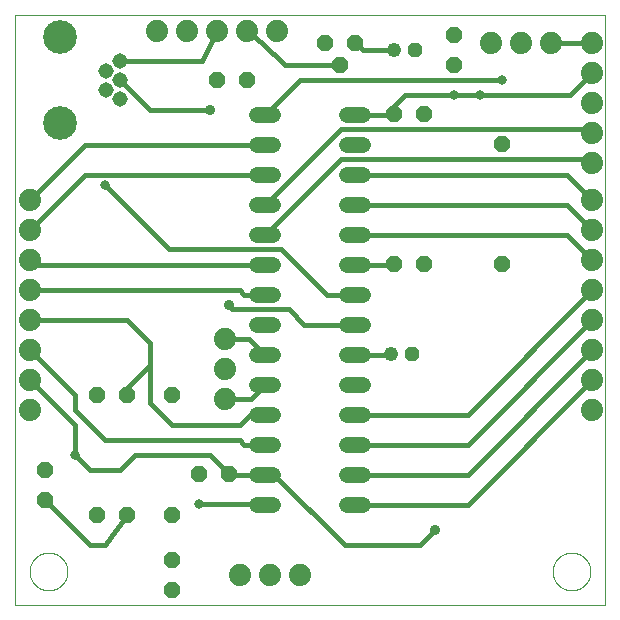
<source format=gtl>
G75*
%MOIN*%
%OFA0B0*%
%FSLAX25Y25*%
%IPPOS*%
%LPD*%
%AMOC8*
5,1,8,0,0,1.08239X$1,22.5*
%
%ADD10C,0.00000*%
%ADD11OC8,0.05200*%
%ADD12OC8,0.04800*%
%ADD13C,0.04800*%
%ADD14C,0.05150*%
%ADD15C,0.11220*%
%ADD16C,0.07400*%
%ADD17C,0.05200*%
%ADD18C,0.01600*%
%ADD19C,0.03169*%
%ADD20C,0.03562*%
D10*
X0002083Y0001800D02*
X0002083Y0198650D01*
X0198934Y0198650D01*
X0198934Y0001800D01*
X0002083Y0001800D01*
X0007034Y0013050D02*
X0007036Y0013208D01*
X0007042Y0013366D01*
X0007052Y0013524D01*
X0007066Y0013682D01*
X0007084Y0013839D01*
X0007105Y0013996D01*
X0007131Y0014152D01*
X0007161Y0014308D01*
X0007194Y0014463D01*
X0007232Y0014616D01*
X0007273Y0014769D01*
X0007318Y0014921D01*
X0007367Y0015072D01*
X0007420Y0015221D01*
X0007476Y0015369D01*
X0007536Y0015515D01*
X0007600Y0015660D01*
X0007668Y0015803D01*
X0007739Y0015945D01*
X0007813Y0016085D01*
X0007891Y0016222D01*
X0007973Y0016358D01*
X0008057Y0016492D01*
X0008146Y0016623D01*
X0008237Y0016752D01*
X0008332Y0016879D01*
X0008429Y0017004D01*
X0008530Y0017126D01*
X0008634Y0017245D01*
X0008741Y0017362D01*
X0008851Y0017476D01*
X0008964Y0017587D01*
X0009079Y0017696D01*
X0009197Y0017801D01*
X0009318Y0017903D01*
X0009441Y0018003D01*
X0009567Y0018099D01*
X0009695Y0018192D01*
X0009825Y0018282D01*
X0009958Y0018368D01*
X0010093Y0018452D01*
X0010229Y0018531D01*
X0010368Y0018608D01*
X0010509Y0018680D01*
X0010651Y0018750D01*
X0010795Y0018815D01*
X0010941Y0018877D01*
X0011088Y0018935D01*
X0011237Y0018990D01*
X0011387Y0019041D01*
X0011538Y0019088D01*
X0011690Y0019131D01*
X0011843Y0019170D01*
X0011998Y0019206D01*
X0012153Y0019237D01*
X0012309Y0019265D01*
X0012465Y0019289D01*
X0012622Y0019309D01*
X0012780Y0019325D01*
X0012937Y0019337D01*
X0013096Y0019345D01*
X0013254Y0019349D01*
X0013412Y0019349D01*
X0013570Y0019345D01*
X0013729Y0019337D01*
X0013886Y0019325D01*
X0014044Y0019309D01*
X0014201Y0019289D01*
X0014357Y0019265D01*
X0014513Y0019237D01*
X0014668Y0019206D01*
X0014823Y0019170D01*
X0014976Y0019131D01*
X0015128Y0019088D01*
X0015279Y0019041D01*
X0015429Y0018990D01*
X0015578Y0018935D01*
X0015725Y0018877D01*
X0015871Y0018815D01*
X0016015Y0018750D01*
X0016157Y0018680D01*
X0016298Y0018608D01*
X0016437Y0018531D01*
X0016573Y0018452D01*
X0016708Y0018368D01*
X0016841Y0018282D01*
X0016971Y0018192D01*
X0017099Y0018099D01*
X0017225Y0018003D01*
X0017348Y0017903D01*
X0017469Y0017801D01*
X0017587Y0017696D01*
X0017702Y0017587D01*
X0017815Y0017476D01*
X0017925Y0017362D01*
X0018032Y0017245D01*
X0018136Y0017126D01*
X0018237Y0017004D01*
X0018334Y0016879D01*
X0018429Y0016752D01*
X0018520Y0016623D01*
X0018609Y0016492D01*
X0018693Y0016358D01*
X0018775Y0016222D01*
X0018853Y0016085D01*
X0018927Y0015945D01*
X0018998Y0015803D01*
X0019066Y0015660D01*
X0019130Y0015515D01*
X0019190Y0015369D01*
X0019246Y0015221D01*
X0019299Y0015072D01*
X0019348Y0014921D01*
X0019393Y0014769D01*
X0019434Y0014616D01*
X0019472Y0014463D01*
X0019505Y0014308D01*
X0019535Y0014152D01*
X0019561Y0013996D01*
X0019582Y0013839D01*
X0019600Y0013682D01*
X0019614Y0013524D01*
X0019624Y0013366D01*
X0019630Y0013208D01*
X0019632Y0013050D01*
X0019630Y0012892D01*
X0019624Y0012734D01*
X0019614Y0012576D01*
X0019600Y0012418D01*
X0019582Y0012261D01*
X0019561Y0012104D01*
X0019535Y0011948D01*
X0019505Y0011792D01*
X0019472Y0011637D01*
X0019434Y0011484D01*
X0019393Y0011331D01*
X0019348Y0011179D01*
X0019299Y0011028D01*
X0019246Y0010879D01*
X0019190Y0010731D01*
X0019130Y0010585D01*
X0019066Y0010440D01*
X0018998Y0010297D01*
X0018927Y0010155D01*
X0018853Y0010015D01*
X0018775Y0009878D01*
X0018693Y0009742D01*
X0018609Y0009608D01*
X0018520Y0009477D01*
X0018429Y0009348D01*
X0018334Y0009221D01*
X0018237Y0009096D01*
X0018136Y0008974D01*
X0018032Y0008855D01*
X0017925Y0008738D01*
X0017815Y0008624D01*
X0017702Y0008513D01*
X0017587Y0008404D01*
X0017469Y0008299D01*
X0017348Y0008197D01*
X0017225Y0008097D01*
X0017099Y0008001D01*
X0016971Y0007908D01*
X0016841Y0007818D01*
X0016708Y0007732D01*
X0016573Y0007648D01*
X0016437Y0007569D01*
X0016298Y0007492D01*
X0016157Y0007420D01*
X0016015Y0007350D01*
X0015871Y0007285D01*
X0015725Y0007223D01*
X0015578Y0007165D01*
X0015429Y0007110D01*
X0015279Y0007059D01*
X0015128Y0007012D01*
X0014976Y0006969D01*
X0014823Y0006930D01*
X0014668Y0006894D01*
X0014513Y0006863D01*
X0014357Y0006835D01*
X0014201Y0006811D01*
X0014044Y0006791D01*
X0013886Y0006775D01*
X0013729Y0006763D01*
X0013570Y0006755D01*
X0013412Y0006751D01*
X0013254Y0006751D01*
X0013096Y0006755D01*
X0012937Y0006763D01*
X0012780Y0006775D01*
X0012622Y0006791D01*
X0012465Y0006811D01*
X0012309Y0006835D01*
X0012153Y0006863D01*
X0011998Y0006894D01*
X0011843Y0006930D01*
X0011690Y0006969D01*
X0011538Y0007012D01*
X0011387Y0007059D01*
X0011237Y0007110D01*
X0011088Y0007165D01*
X0010941Y0007223D01*
X0010795Y0007285D01*
X0010651Y0007350D01*
X0010509Y0007420D01*
X0010368Y0007492D01*
X0010229Y0007569D01*
X0010093Y0007648D01*
X0009958Y0007732D01*
X0009825Y0007818D01*
X0009695Y0007908D01*
X0009567Y0008001D01*
X0009441Y0008097D01*
X0009318Y0008197D01*
X0009197Y0008299D01*
X0009079Y0008404D01*
X0008964Y0008513D01*
X0008851Y0008624D01*
X0008741Y0008738D01*
X0008634Y0008855D01*
X0008530Y0008974D01*
X0008429Y0009096D01*
X0008332Y0009221D01*
X0008237Y0009348D01*
X0008146Y0009477D01*
X0008057Y0009608D01*
X0007973Y0009742D01*
X0007891Y0009878D01*
X0007813Y0010015D01*
X0007739Y0010155D01*
X0007668Y0010297D01*
X0007600Y0010440D01*
X0007536Y0010585D01*
X0007476Y0010731D01*
X0007420Y0010879D01*
X0007367Y0011028D01*
X0007318Y0011179D01*
X0007273Y0011331D01*
X0007232Y0011484D01*
X0007194Y0011637D01*
X0007161Y0011792D01*
X0007131Y0011948D01*
X0007105Y0012104D01*
X0007084Y0012261D01*
X0007066Y0012418D01*
X0007052Y0012576D01*
X0007042Y0012734D01*
X0007036Y0012892D01*
X0007034Y0013050D01*
X0181385Y0013050D02*
X0181387Y0013208D01*
X0181393Y0013366D01*
X0181403Y0013524D01*
X0181417Y0013682D01*
X0181435Y0013839D01*
X0181456Y0013996D01*
X0181482Y0014152D01*
X0181512Y0014308D01*
X0181545Y0014463D01*
X0181583Y0014616D01*
X0181624Y0014769D01*
X0181669Y0014921D01*
X0181718Y0015072D01*
X0181771Y0015221D01*
X0181827Y0015369D01*
X0181887Y0015515D01*
X0181951Y0015660D01*
X0182019Y0015803D01*
X0182090Y0015945D01*
X0182164Y0016085D01*
X0182242Y0016222D01*
X0182324Y0016358D01*
X0182408Y0016492D01*
X0182497Y0016623D01*
X0182588Y0016752D01*
X0182683Y0016879D01*
X0182780Y0017004D01*
X0182881Y0017126D01*
X0182985Y0017245D01*
X0183092Y0017362D01*
X0183202Y0017476D01*
X0183315Y0017587D01*
X0183430Y0017696D01*
X0183548Y0017801D01*
X0183669Y0017903D01*
X0183792Y0018003D01*
X0183918Y0018099D01*
X0184046Y0018192D01*
X0184176Y0018282D01*
X0184309Y0018368D01*
X0184444Y0018452D01*
X0184580Y0018531D01*
X0184719Y0018608D01*
X0184860Y0018680D01*
X0185002Y0018750D01*
X0185146Y0018815D01*
X0185292Y0018877D01*
X0185439Y0018935D01*
X0185588Y0018990D01*
X0185738Y0019041D01*
X0185889Y0019088D01*
X0186041Y0019131D01*
X0186194Y0019170D01*
X0186349Y0019206D01*
X0186504Y0019237D01*
X0186660Y0019265D01*
X0186816Y0019289D01*
X0186973Y0019309D01*
X0187131Y0019325D01*
X0187288Y0019337D01*
X0187447Y0019345D01*
X0187605Y0019349D01*
X0187763Y0019349D01*
X0187921Y0019345D01*
X0188080Y0019337D01*
X0188237Y0019325D01*
X0188395Y0019309D01*
X0188552Y0019289D01*
X0188708Y0019265D01*
X0188864Y0019237D01*
X0189019Y0019206D01*
X0189174Y0019170D01*
X0189327Y0019131D01*
X0189479Y0019088D01*
X0189630Y0019041D01*
X0189780Y0018990D01*
X0189929Y0018935D01*
X0190076Y0018877D01*
X0190222Y0018815D01*
X0190366Y0018750D01*
X0190508Y0018680D01*
X0190649Y0018608D01*
X0190788Y0018531D01*
X0190924Y0018452D01*
X0191059Y0018368D01*
X0191192Y0018282D01*
X0191322Y0018192D01*
X0191450Y0018099D01*
X0191576Y0018003D01*
X0191699Y0017903D01*
X0191820Y0017801D01*
X0191938Y0017696D01*
X0192053Y0017587D01*
X0192166Y0017476D01*
X0192276Y0017362D01*
X0192383Y0017245D01*
X0192487Y0017126D01*
X0192588Y0017004D01*
X0192685Y0016879D01*
X0192780Y0016752D01*
X0192871Y0016623D01*
X0192960Y0016492D01*
X0193044Y0016358D01*
X0193126Y0016222D01*
X0193204Y0016085D01*
X0193278Y0015945D01*
X0193349Y0015803D01*
X0193417Y0015660D01*
X0193481Y0015515D01*
X0193541Y0015369D01*
X0193597Y0015221D01*
X0193650Y0015072D01*
X0193699Y0014921D01*
X0193744Y0014769D01*
X0193785Y0014616D01*
X0193823Y0014463D01*
X0193856Y0014308D01*
X0193886Y0014152D01*
X0193912Y0013996D01*
X0193933Y0013839D01*
X0193951Y0013682D01*
X0193965Y0013524D01*
X0193975Y0013366D01*
X0193981Y0013208D01*
X0193983Y0013050D01*
X0193981Y0012892D01*
X0193975Y0012734D01*
X0193965Y0012576D01*
X0193951Y0012418D01*
X0193933Y0012261D01*
X0193912Y0012104D01*
X0193886Y0011948D01*
X0193856Y0011792D01*
X0193823Y0011637D01*
X0193785Y0011484D01*
X0193744Y0011331D01*
X0193699Y0011179D01*
X0193650Y0011028D01*
X0193597Y0010879D01*
X0193541Y0010731D01*
X0193481Y0010585D01*
X0193417Y0010440D01*
X0193349Y0010297D01*
X0193278Y0010155D01*
X0193204Y0010015D01*
X0193126Y0009878D01*
X0193044Y0009742D01*
X0192960Y0009608D01*
X0192871Y0009477D01*
X0192780Y0009348D01*
X0192685Y0009221D01*
X0192588Y0009096D01*
X0192487Y0008974D01*
X0192383Y0008855D01*
X0192276Y0008738D01*
X0192166Y0008624D01*
X0192053Y0008513D01*
X0191938Y0008404D01*
X0191820Y0008299D01*
X0191699Y0008197D01*
X0191576Y0008097D01*
X0191450Y0008001D01*
X0191322Y0007908D01*
X0191192Y0007818D01*
X0191059Y0007732D01*
X0190924Y0007648D01*
X0190788Y0007569D01*
X0190649Y0007492D01*
X0190508Y0007420D01*
X0190366Y0007350D01*
X0190222Y0007285D01*
X0190076Y0007223D01*
X0189929Y0007165D01*
X0189780Y0007110D01*
X0189630Y0007059D01*
X0189479Y0007012D01*
X0189327Y0006969D01*
X0189174Y0006930D01*
X0189019Y0006894D01*
X0188864Y0006863D01*
X0188708Y0006835D01*
X0188552Y0006811D01*
X0188395Y0006791D01*
X0188237Y0006775D01*
X0188080Y0006763D01*
X0187921Y0006755D01*
X0187763Y0006751D01*
X0187605Y0006751D01*
X0187447Y0006755D01*
X0187288Y0006763D01*
X0187131Y0006775D01*
X0186973Y0006791D01*
X0186816Y0006811D01*
X0186660Y0006835D01*
X0186504Y0006863D01*
X0186349Y0006894D01*
X0186194Y0006930D01*
X0186041Y0006969D01*
X0185889Y0007012D01*
X0185738Y0007059D01*
X0185588Y0007110D01*
X0185439Y0007165D01*
X0185292Y0007223D01*
X0185146Y0007285D01*
X0185002Y0007350D01*
X0184860Y0007420D01*
X0184719Y0007492D01*
X0184580Y0007569D01*
X0184444Y0007648D01*
X0184309Y0007732D01*
X0184176Y0007818D01*
X0184046Y0007908D01*
X0183918Y0008001D01*
X0183792Y0008097D01*
X0183669Y0008197D01*
X0183548Y0008299D01*
X0183430Y0008404D01*
X0183315Y0008513D01*
X0183202Y0008624D01*
X0183092Y0008738D01*
X0182985Y0008855D01*
X0182881Y0008974D01*
X0182780Y0009096D01*
X0182683Y0009221D01*
X0182588Y0009348D01*
X0182497Y0009477D01*
X0182408Y0009608D01*
X0182324Y0009742D01*
X0182242Y0009878D01*
X0182164Y0010015D01*
X0182090Y0010155D01*
X0182019Y0010297D01*
X0181951Y0010440D01*
X0181887Y0010585D01*
X0181827Y0010731D01*
X0181771Y0010879D01*
X0181718Y0011028D01*
X0181669Y0011179D01*
X0181624Y0011331D01*
X0181583Y0011484D01*
X0181545Y0011637D01*
X0181512Y0011792D01*
X0181482Y0011948D01*
X0181456Y0012104D01*
X0181435Y0012261D01*
X0181417Y0012418D01*
X0181403Y0012576D01*
X0181393Y0012734D01*
X0181387Y0012892D01*
X0181385Y0013050D01*
D11*
X0164583Y0115550D03*
X0138333Y0115550D03*
X0128333Y0115550D03*
X0164583Y0155550D03*
X0138333Y0165550D03*
X0128333Y0165550D03*
X0110508Y0181800D03*
X0105508Y0189300D03*
X0115508Y0189300D03*
X0148333Y0191800D03*
X0148333Y0181800D03*
X0079583Y0176800D03*
X0069583Y0176800D03*
X0054583Y0071800D03*
X0039583Y0071800D03*
X0029583Y0071800D03*
X0012083Y0046800D03*
X0012083Y0036800D03*
X0029583Y0031800D03*
X0039583Y0031800D03*
X0054583Y0031800D03*
X0054583Y0016800D03*
X0054583Y0006800D03*
X0063333Y0045550D03*
X0073333Y0045550D03*
D12*
X0134333Y0085550D03*
X0135583Y0186800D03*
D13*
X0128583Y0186800D03*
X0127333Y0085550D03*
D14*
X0037162Y0170501D03*
X0032438Y0173650D03*
X0037162Y0176800D03*
X0032438Y0179950D03*
X0037162Y0183099D03*
D15*
X0017083Y0191170D03*
X0017083Y0162430D03*
D16*
X0007083Y0136800D03*
X0007083Y0126800D03*
X0007083Y0116800D03*
X0007083Y0106800D03*
X0007083Y0096800D03*
X0007083Y0086800D03*
X0007083Y0076800D03*
X0007083Y0066800D03*
X0072083Y0070550D03*
X0072083Y0080550D03*
X0072083Y0090550D03*
X0077083Y0011800D03*
X0087083Y0011800D03*
X0097083Y0011800D03*
X0194583Y0066800D03*
X0194583Y0076800D03*
X0194583Y0086800D03*
X0194583Y0096800D03*
X0194583Y0106800D03*
X0194583Y0116800D03*
X0194583Y0126800D03*
X0194583Y0136800D03*
X0194583Y0149300D03*
X0194583Y0159300D03*
X0194583Y0169300D03*
X0194583Y0179300D03*
X0194583Y0189300D03*
X0180833Y0189300D03*
X0170833Y0189300D03*
X0160833Y0189300D03*
X0089583Y0193050D03*
X0079583Y0193050D03*
X0069583Y0193050D03*
X0059583Y0193050D03*
X0049583Y0193050D03*
D17*
X0082908Y0165225D02*
X0088108Y0165225D01*
X0088108Y0155225D02*
X0082908Y0155225D01*
X0082908Y0145225D02*
X0088108Y0145225D01*
X0088108Y0135225D02*
X0082908Y0135225D01*
X0082908Y0125225D02*
X0088108Y0125225D01*
X0088108Y0115225D02*
X0082908Y0115225D01*
X0082908Y0105225D02*
X0088108Y0105225D01*
X0088108Y0095225D02*
X0082908Y0095225D01*
X0082908Y0085225D02*
X0088108Y0085225D01*
X0088108Y0075225D02*
X0082908Y0075225D01*
X0082908Y0065225D02*
X0088108Y0065225D01*
X0088108Y0055225D02*
X0082908Y0055225D01*
X0082908Y0045225D02*
X0088108Y0045225D01*
X0088108Y0035225D02*
X0082908Y0035225D01*
X0112908Y0035225D02*
X0118108Y0035225D01*
X0118108Y0045225D02*
X0112908Y0045225D01*
X0112908Y0055225D02*
X0118108Y0055225D01*
X0118108Y0065225D02*
X0112908Y0065225D01*
X0112908Y0075225D02*
X0118108Y0075225D01*
X0118108Y0085225D02*
X0112908Y0085225D01*
X0112908Y0095225D02*
X0118108Y0095225D01*
X0118108Y0105225D02*
X0112908Y0105225D01*
X0112908Y0115225D02*
X0118108Y0115225D01*
X0118108Y0125225D02*
X0112908Y0125225D01*
X0112908Y0135225D02*
X0118108Y0135225D01*
X0118108Y0145225D02*
X0112908Y0145225D01*
X0112908Y0155225D02*
X0118108Y0155225D01*
X0118108Y0165225D02*
X0112908Y0165225D01*
D18*
X0115508Y0165225D02*
X0128008Y0165225D01*
X0128333Y0165550D01*
X0128333Y0168050D01*
X0132083Y0171800D01*
X0148333Y0171800D01*
X0157083Y0171800D01*
X0187083Y0171800D01*
X0194583Y0179300D01*
X0194583Y0189300D02*
X0180833Y0189300D01*
X0164583Y0176800D02*
X0097083Y0176800D01*
X0085508Y0165225D01*
X0085508Y0155225D02*
X0025508Y0155225D01*
X0007083Y0136800D01*
X0007083Y0126800D02*
X0025508Y0145225D01*
X0085508Y0145225D01*
X0085508Y0135225D02*
X0110833Y0160550D01*
X0193333Y0160550D01*
X0194583Y0159300D01*
X0193333Y0150550D02*
X0110833Y0150550D01*
X0085508Y0125225D01*
X0090833Y0120550D02*
X0053333Y0120550D01*
X0032083Y0141800D01*
X0047162Y0166800D02*
X0037162Y0176800D01*
X0037162Y0183099D02*
X0064633Y0183099D01*
X0069583Y0193050D01*
X0079583Y0193050D02*
X0084583Y0189300D01*
X0092083Y0181800D01*
X0110508Y0181800D01*
X0118008Y0186800D02*
X0115508Y0189300D01*
X0118008Y0186800D02*
X0128583Y0186800D01*
X0115508Y0145225D02*
X0186158Y0145225D01*
X0194583Y0136800D01*
X0186158Y0135225D02*
X0194583Y0126800D01*
X0186158Y0125225D02*
X0194583Y0116800D01*
X0186158Y0125225D02*
X0115508Y0125225D01*
X0115508Y0115225D02*
X0126758Y0115225D01*
X0128333Y0115550D01*
X0115508Y0105225D02*
X0106158Y0105225D01*
X0090833Y0120550D01*
X0085508Y0115225D02*
X0008658Y0115225D01*
X0007083Y0116800D01*
X0007083Y0106800D02*
X0077083Y0106800D01*
X0078658Y0105225D01*
X0085508Y0105225D01*
X0093333Y0100550D02*
X0074583Y0100550D01*
X0073333Y0101800D01*
X0072083Y0090550D02*
X0080183Y0090550D01*
X0085508Y0085225D01*
X0085508Y0075225D02*
X0080833Y0070550D01*
X0072083Y0070550D01*
X0080508Y0065225D02*
X0077083Y0061800D01*
X0054583Y0061800D01*
X0047083Y0069300D01*
X0047083Y0081800D01*
X0039583Y0074300D01*
X0039583Y0071800D01*
X0047083Y0081800D02*
X0047083Y0089300D01*
X0039583Y0096800D01*
X0007083Y0096800D01*
X0007083Y0086800D02*
X0022083Y0071800D01*
X0022083Y0066800D01*
X0032083Y0056800D01*
X0077083Y0056800D01*
X0078658Y0055225D01*
X0085508Y0055225D01*
X0085508Y0045225D02*
X0074908Y0045225D01*
X0073333Y0045550D01*
X0067083Y0051800D01*
X0042083Y0051800D01*
X0037083Y0046800D01*
X0027083Y0046800D01*
X0022083Y0051800D01*
X0022083Y0061800D01*
X0007083Y0076800D01*
X0012083Y0036800D02*
X0027083Y0021800D01*
X0032083Y0021800D01*
X0039583Y0031800D01*
X0063333Y0035550D02*
X0085183Y0035550D01*
X0085508Y0035225D01*
X0085508Y0045225D02*
X0088658Y0045225D01*
X0112083Y0021800D01*
X0137083Y0021800D01*
X0142083Y0026800D01*
X0153008Y0035225D02*
X0194583Y0076800D01*
X0194583Y0086800D02*
X0153008Y0045225D01*
X0115508Y0045225D01*
X0115508Y0035225D02*
X0153008Y0035225D01*
X0153008Y0055225D02*
X0194583Y0096800D01*
X0194583Y0106800D02*
X0153008Y0065225D01*
X0115508Y0065225D01*
X0115508Y0055225D02*
X0153008Y0055225D01*
X0127008Y0085225D02*
X0127333Y0085550D01*
X0127008Y0085225D02*
X0115508Y0085225D01*
X0115508Y0095225D02*
X0098658Y0095225D01*
X0093333Y0100550D01*
X0115508Y0135225D02*
X0186158Y0135225D01*
X0194583Y0149300D02*
X0193333Y0150550D01*
X0085508Y0065225D02*
X0080508Y0065225D01*
X0067083Y0166800D02*
X0047162Y0166800D01*
D19*
X0032083Y0141800D03*
X0022083Y0051800D03*
X0063333Y0035550D03*
X0148333Y0171800D03*
X0157083Y0171800D03*
X0164583Y0176800D03*
D20*
X0073333Y0101800D03*
X0067083Y0166800D03*
X0142083Y0026800D03*
M02*

</source>
